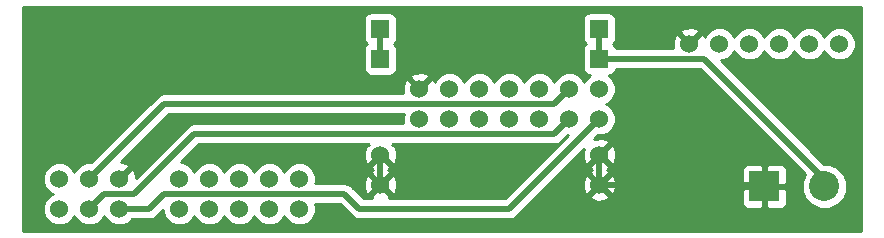
<source format=gbl>
G04 #@! TF.FileFunction,Copper,L2,Bot,Signal*
%FSLAX46Y46*%
G04 Gerber Fmt 4.6, Leading zero omitted, Abs format (unit mm)*
G04 Created by KiCad (PCBNEW no-vcs-found-product) date Wed 28 Oct 2015 12:10:27 PM EDT*
%MOMM*%
G01*
G04 APERTURE LIST*
%ADD10C,0.150000*%
%ADD11C,1.524000*%
%ADD12R,2.540000X2.540000*%
%ADD13C,2.540000*%
%ADD14R,1.524000X1.524000*%
%ADD15C,0.500000*%
%ADD16C,0.254000*%
G04 APERTURE END LIST*
D10*
D11*
X33020000Y6350000D03*
X30480000Y6350000D03*
X5080000Y2540000D03*
X0Y2540000D03*
X0Y0D03*
X2540000Y0D03*
X2540000Y2540000D03*
X5080000Y0D03*
X12700000Y2540000D03*
X12700000Y0D03*
X15240000Y0D03*
X15240000Y2540000D03*
X7620000Y2540000D03*
X10160000Y2540000D03*
X7620000Y0D03*
X10160000Y0D03*
X22860000Y6350000D03*
X25400000Y6350000D03*
X27940000Y6350000D03*
X35560000Y6350000D03*
X-15240000Y-7620000D03*
X-12700000Y-7620000D03*
X-17780000Y-7620000D03*
X-17780000Y-5080000D03*
X-15240000Y-5080000D03*
X-12700000Y-5080000D03*
X-10160000Y-5080000D03*
X-10160000Y-7620000D03*
X-20320000Y-7620000D03*
X-20320000Y-5080000D03*
X-25400000Y-7620000D03*
X-25400000Y-5080000D03*
X-27940000Y-5080000D03*
X-27940000Y-7620000D03*
X-30480000Y-7620000D03*
X-30480000Y-5080000D03*
D12*
X29210000Y-5715000D03*
D13*
X34290000Y-5715000D03*
D14*
X-3302000Y7620000D03*
X-3302000Y5080000D03*
X15240000Y7620000D03*
X15240000Y5080000D03*
D11*
X-3302000Y-5588000D03*
X-3302000Y-3048000D03*
X15240000Y-5588000D03*
X15240000Y-3048000D03*
D15*
X15240000Y-5588000D02*
X28702000Y-5588000D01*
X28702000Y-5588000D02*
X29210000Y-5080000D01*
X15240000Y-3048000D02*
X15240000Y-5588000D01*
X-3302000Y-3048000D02*
X-3302000Y-5588000D01*
X11430000Y1270000D02*
X-21590000Y1270000D01*
X-21590000Y1270000D02*
X-27940000Y-5080000D01*
X12700000Y2540000D02*
X11430000Y1270000D01*
X-25400000Y-7620000D02*
X-22860000Y-7620000D01*
X-22860000Y-7620000D02*
X-21590000Y-6350000D01*
X-21590000Y-6350000D02*
X-6350000Y-6350000D01*
X7620000Y-7620000D02*
X15240000Y0D01*
X-5080000Y-7620000D02*
X7620000Y-7620000D01*
X-6350000Y-6350000D02*
X-5080000Y-7620000D01*
X11430000Y-1270000D02*
X12700000Y0D01*
X-19050000Y-1270000D02*
X11430000Y-1270000D01*
X-26670000Y-6350000D02*
X-24130000Y-6350000D01*
X-24130000Y-6350000D02*
X-19050000Y-1270000D01*
X-27940000Y-7620000D02*
X-26670000Y-6350000D01*
X-3302000Y7620000D02*
X-3302000Y5080000D01*
X15240000Y5080000D02*
X15240000Y7620000D01*
X15240000Y5080000D02*
X24130000Y5080000D01*
X24130000Y5080000D02*
X34290000Y-5080000D01*
D16*
G36*
X37415000Y-9475000D02*
X-33605000Y-9475000D01*
X-33605000Y-5356661D01*
X-31877242Y-5356661D01*
X-31665010Y-5870303D01*
X-31272370Y-6263629D01*
X-31064488Y-6349949D01*
X-31270303Y-6434990D01*
X-31663629Y-6827630D01*
X-31876757Y-7340900D01*
X-31877242Y-7896661D01*
X-31665010Y-8410303D01*
X-31272370Y-8803629D01*
X-30759100Y-9016757D01*
X-30203339Y-9017242D01*
X-29689697Y-8805010D01*
X-29296371Y-8412370D01*
X-29210051Y-8204488D01*
X-29125010Y-8410303D01*
X-28732370Y-8803629D01*
X-28219100Y-9016757D01*
X-27663339Y-9017242D01*
X-27149697Y-8805010D01*
X-26756371Y-8412370D01*
X-26670051Y-8204488D01*
X-26585010Y-8410303D01*
X-26192370Y-8803629D01*
X-25679100Y-9016757D01*
X-25123339Y-9017242D01*
X-24609697Y-8805010D01*
X-24309163Y-8505000D01*
X-22860005Y-8505000D01*
X-22860000Y-8505001D01*
X-22577516Y-8448810D01*
X-22521325Y-8437633D01*
X-22234210Y-8245790D01*
X-21717095Y-7728675D01*
X-21717242Y-7896661D01*
X-21505010Y-8410303D01*
X-21112370Y-8803629D01*
X-20599100Y-9016757D01*
X-20043339Y-9017242D01*
X-19529697Y-8805010D01*
X-19136371Y-8412370D01*
X-19050051Y-8204488D01*
X-18965010Y-8410303D01*
X-18572370Y-8803629D01*
X-18059100Y-9016757D01*
X-17503339Y-9017242D01*
X-16989697Y-8805010D01*
X-16596371Y-8412370D01*
X-16510051Y-8204488D01*
X-16425010Y-8410303D01*
X-16032370Y-8803629D01*
X-15519100Y-9016757D01*
X-14963339Y-9017242D01*
X-14449697Y-8805010D01*
X-14056371Y-8412370D01*
X-13970051Y-8204488D01*
X-13885010Y-8410303D01*
X-13492370Y-8803629D01*
X-12979100Y-9016757D01*
X-12423339Y-9017242D01*
X-11909697Y-8805010D01*
X-11516371Y-8412370D01*
X-11430051Y-8204488D01*
X-11345010Y-8410303D01*
X-10952370Y-8803629D01*
X-10439100Y-9016757D01*
X-9883339Y-9017242D01*
X-9369697Y-8805010D01*
X-8976371Y-8412370D01*
X-8763243Y-7899100D01*
X-8762758Y-7343339D01*
X-8807523Y-7235000D01*
X-6716580Y-7235000D01*
X-5705792Y-8245787D01*
X-5705790Y-8245790D01*
X-5459577Y-8410303D01*
X-5418675Y-8437633D01*
X-5080000Y-8505001D01*
X-5079995Y-8505000D01*
X7619995Y-8505000D01*
X7620000Y-8505001D01*
X7902484Y-8448810D01*
X7958675Y-8437633D01*
X8245790Y-8245790D01*
X8245791Y-8245789D01*
X9923366Y-6568213D01*
X14439392Y-6568213D01*
X14508857Y-6810397D01*
X15032302Y-6997144D01*
X15587368Y-6969362D01*
X15971143Y-6810397D01*
X16040608Y-6568213D01*
X15240000Y-5767605D01*
X14439392Y-6568213D01*
X9923366Y-6568213D01*
X11111277Y-5380302D01*
X13830856Y-5380302D01*
X13858638Y-5935368D01*
X14017603Y-6319143D01*
X14259787Y-6388608D01*
X15060395Y-5588000D01*
X15419605Y-5588000D01*
X16220213Y-6388608D01*
X16462397Y-6319143D01*
X16575988Y-6000750D01*
X27305000Y-6000750D01*
X27305000Y-7111310D01*
X27401673Y-7344699D01*
X27580302Y-7523327D01*
X27813691Y-7620000D01*
X28924250Y-7620000D01*
X29083000Y-7461250D01*
X29083000Y-5842000D01*
X29337000Y-5842000D01*
X29337000Y-7461250D01*
X29495750Y-7620000D01*
X30606309Y-7620000D01*
X30839698Y-7523327D01*
X31018327Y-7344699D01*
X31115000Y-7111310D01*
X31115000Y-6000750D01*
X30956250Y-5842000D01*
X29337000Y-5842000D01*
X29083000Y-5842000D01*
X27463750Y-5842000D01*
X27305000Y-6000750D01*
X16575988Y-6000750D01*
X16649144Y-5795698D01*
X16621362Y-5240632D01*
X16462397Y-4856857D01*
X16220213Y-4787392D01*
X15419605Y-5588000D01*
X15060395Y-5588000D01*
X14259787Y-4787392D01*
X14017603Y-4856857D01*
X13830856Y-5380302D01*
X11111277Y-5380302D01*
X12463366Y-4028213D01*
X14439392Y-4028213D01*
X14508857Y-4270397D01*
X14632344Y-4314453D01*
X14508857Y-4365603D01*
X14439392Y-4607787D01*
X15240000Y-5408395D01*
X16040608Y-4607787D01*
X15971143Y-4365603D01*
X15847656Y-4321547D01*
X15854553Y-4318690D01*
X27305000Y-4318690D01*
X27305000Y-5429250D01*
X27463750Y-5588000D01*
X29083000Y-5588000D01*
X29083000Y-3968750D01*
X29337000Y-3968750D01*
X29337000Y-5588000D01*
X30956250Y-5588000D01*
X31115000Y-5429250D01*
X31115000Y-4318690D01*
X31018327Y-4085301D01*
X30839698Y-3906673D01*
X30606309Y-3810000D01*
X29495750Y-3810000D01*
X29337000Y-3968750D01*
X29083000Y-3968750D01*
X28924250Y-3810000D01*
X27813691Y-3810000D01*
X27580302Y-3906673D01*
X27401673Y-4085301D01*
X27305000Y-4318690D01*
X15854553Y-4318690D01*
X15971143Y-4270397D01*
X16040608Y-4028213D01*
X15240000Y-3227605D01*
X14439392Y-4028213D01*
X12463366Y-4028213D01*
X13930458Y-2561121D01*
X13830856Y-2840302D01*
X13858638Y-3395368D01*
X14017603Y-3779143D01*
X14259787Y-3848608D01*
X15060395Y-3048000D01*
X15419605Y-3048000D01*
X16220213Y-3848608D01*
X16462397Y-3779143D01*
X16649144Y-3255698D01*
X16621362Y-2700632D01*
X16462397Y-2316857D01*
X16220213Y-2247392D01*
X15419605Y-3048000D01*
X15060395Y-3048000D01*
X15046253Y-3033858D01*
X15225858Y-2854253D01*
X15240000Y-2868395D01*
X16040608Y-2067787D01*
X15971143Y-1825603D01*
X15447698Y-1638856D01*
X14892632Y-1666638D01*
X14777076Y-1714503D01*
X15094705Y-1396874D01*
X15516661Y-1397242D01*
X16030303Y-1185010D01*
X16423629Y-792370D01*
X16636757Y-279100D01*
X16637242Y276661D01*
X16425010Y790303D01*
X16032370Y1183629D01*
X15824488Y1269949D01*
X16030303Y1354990D01*
X16423629Y1747630D01*
X16636757Y2260900D01*
X16637242Y2816661D01*
X16425010Y3330303D01*
X16072167Y3683763D01*
X16237317Y3714838D01*
X16453441Y3853910D01*
X16598431Y4066110D01*
X16624532Y4195000D01*
X23763420Y4195000D01*
X32651595Y-4693174D01*
X32385332Y-5334410D01*
X32384670Y-6092265D01*
X32674078Y-6792686D01*
X33209495Y-7329039D01*
X33909410Y-7619668D01*
X34667265Y-7620330D01*
X35367686Y-7330922D01*
X35904039Y-6795505D01*
X36194668Y-6095590D01*
X36195330Y-5337735D01*
X35905922Y-4637314D01*
X35370505Y-4100961D01*
X34670590Y-3810332D01*
X34271563Y-3809983D01*
X25508675Y4952905D01*
X25676661Y4952758D01*
X26190303Y5164990D01*
X26583629Y5557630D01*
X26669949Y5765512D01*
X26754990Y5559697D01*
X27147630Y5166371D01*
X27660900Y4953243D01*
X28216661Y4952758D01*
X28730303Y5164990D01*
X29123629Y5557630D01*
X29209949Y5765512D01*
X29294990Y5559697D01*
X29687630Y5166371D01*
X30200900Y4953243D01*
X30756661Y4952758D01*
X31270303Y5164990D01*
X31663629Y5557630D01*
X31749949Y5765512D01*
X31834990Y5559697D01*
X32227630Y5166371D01*
X32740900Y4953243D01*
X33296661Y4952758D01*
X33810303Y5164990D01*
X34203629Y5557630D01*
X34289949Y5765512D01*
X34374990Y5559697D01*
X34767630Y5166371D01*
X35280900Y4953243D01*
X35836661Y4952758D01*
X36350303Y5164990D01*
X36743629Y5557630D01*
X36956757Y6070900D01*
X36957242Y6626661D01*
X36745010Y7140303D01*
X36352370Y7533629D01*
X35839100Y7746757D01*
X35283339Y7747242D01*
X34769697Y7535010D01*
X34376371Y7142370D01*
X34290051Y6934488D01*
X34205010Y7140303D01*
X33812370Y7533629D01*
X33299100Y7746757D01*
X32743339Y7747242D01*
X32229697Y7535010D01*
X31836371Y7142370D01*
X31750051Y6934488D01*
X31665010Y7140303D01*
X31272370Y7533629D01*
X30759100Y7746757D01*
X30203339Y7747242D01*
X29689697Y7535010D01*
X29296371Y7142370D01*
X29210051Y6934488D01*
X29125010Y7140303D01*
X28732370Y7533629D01*
X28219100Y7746757D01*
X27663339Y7747242D01*
X27149697Y7535010D01*
X26756371Y7142370D01*
X26670051Y6934488D01*
X26585010Y7140303D01*
X26192370Y7533629D01*
X25679100Y7746757D01*
X25123339Y7747242D01*
X24609697Y7535010D01*
X24216371Y7142370D01*
X24136605Y6950273D01*
X24082397Y7081143D01*
X23840213Y7150608D01*
X23039605Y6350000D01*
X23053748Y6335857D01*
X22874143Y6156252D01*
X22860000Y6170395D01*
X22845858Y6156252D01*
X22666253Y6335857D01*
X22680395Y6350000D01*
X21879787Y7150608D01*
X21637603Y7081143D01*
X21450856Y6557698D01*
X21478638Y6002632D01*
X21494226Y5965000D01*
X16626296Y5965000D01*
X16605162Y6077317D01*
X16466090Y6293441D01*
X16384230Y6349374D01*
X16453441Y6393910D01*
X16598431Y6606110D01*
X16649440Y6858000D01*
X16649440Y7330213D01*
X22059392Y7330213D01*
X22860000Y6529605D01*
X23660608Y7330213D01*
X23591143Y7572397D01*
X23067698Y7759144D01*
X22512632Y7731362D01*
X22128857Y7572397D01*
X22059392Y7330213D01*
X16649440Y7330213D01*
X16649440Y8382000D01*
X16605162Y8617317D01*
X16466090Y8833441D01*
X16253890Y8978431D01*
X16002000Y9029440D01*
X14478000Y9029440D01*
X14242683Y8985162D01*
X14026559Y8846090D01*
X13881569Y8633890D01*
X13830560Y8382000D01*
X13830560Y6858000D01*
X13874838Y6622683D01*
X14013910Y6406559D01*
X14095770Y6350626D01*
X14026559Y6306090D01*
X13881569Y6093890D01*
X13830560Y5842000D01*
X13830560Y4318000D01*
X13874838Y4082683D01*
X14013910Y3866559D01*
X14226110Y3721569D01*
X14409124Y3684508D01*
X14056371Y3332370D01*
X13970051Y3124488D01*
X13885010Y3330303D01*
X13492370Y3723629D01*
X12979100Y3936757D01*
X12423339Y3937242D01*
X11909697Y3725010D01*
X11516371Y3332370D01*
X11430051Y3124488D01*
X11345010Y3330303D01*
X10952370Y3723629D01*
X10439100Y3936757D01*
X9883339Y3937242D01*
X9369697Y3725010D01*
X8976371Y3332370D01*
X8890051Y3124488D01*
X8805010Y3330303D01*
X8412370Y3723629D01*
X7899100Y3936757D01*
X7343339Y3937242D01*
X6829697Y3725010D01*
X6436371Y3332370D01*
X6350051Y3124488D01*
X6265010Y3330303D01*
X5872370Y3723629D01*
X5359100Y3936757D01*
X4803339Y3937242D01*
X4289697Y3725010D01*
X3896371Y3332370D01*
X3810051Y3124488D01*
X3725010Y3330303D01*
X3332370Y3723629D01*
X2819100Y3936757D01*
X2263339Y3937242D01*
X1749697Y3725010D01*
X1356371Y3332370D01*
X1276605Y3140273D01*
X1222397Y3271143D01*
X980213Y3340608D01*
X179605Y2540000D01*
X193748Y2525857D01*
X14143Y2346252D01*
X0Y2360395D01*
X-14142Y2346252D01*
X-193747Y2525857D01*
X-179605Y2540000D01*
X-980213Y3340608D01*
X-1222397Y3271143D01*
X-1409144Y2747698D01*
X-1381362Y2192632D01*
X-1365774Y2155000D01*
X-21589995Y2155000D01*
X-21590000Y2155001D01*
X-21928675Y2087633D01*
X-22215790Y1895790D01*
X-22215792Y1895787D01*
X-27794706Y-3683126D01*
X-28216661Y-3682758D01*
X-28730303Y-3894990D01*
X-29123629Y-4287630D01*
X-29209949Y-4495512D01*
X-29294990Y-4289697D01*
X-29687630Y-3896371D01*
X-30200900Y-3683243D01*
X-30756661Y-3682758D01*
X-31270303Y-3894990D01*
X-31663629Y-4287630D01*
X-31876757Y-4800900D01*
X-31877242Y-5356661D01*
X-33605000Y-5356661D01*
X-33605000Y3520213D01*
X-800608Y3520213D01*
X0Y2719605D01*
X800608Y3520213D01*
X731143Y3762397D01*
X207698Y3949144D01*
X-347368Y3921362D01*
X-731143Y3762397D01*
X-800608Y3520213D01*
X-33605000Y3520213D01*
X-33605000Y8382000D01*
X-4711440Y8382000D01*
X-4711440Y6858000D01*
X-4667162Y6622683D01*
X-4528090Y6406559D01*
X-4446230Y6350626D01*
X-4515441Y6306090D01*
X-4660431Y6093890D01*
X-4711440Y5842000D01*
X-4711440Y4318000D01*
X-4667162Y4082683D01*
X-4528090Y3866559D01*
X-4315890Y3721569D01*
X-4064000Y3670560D01*
X-2540000Y3670560D01*
X-2304683Y3714838D01*
X-2088559Y3853910D01*
X-1943569Y4066110D01*
X-1892560Y4318000D01*
X-1892560Y5842000D01*
X-1936838Y6077317D01*
X-2075910Y6293441D01*
X-2157770Y6349374D01*
X-2088559Y6393910D01*
X-1943569Y6606110D01*
X-1892560Y6858000D01*
X-1892560Y8382000D01*
X-1936838Y8617317D01*
X-2075910Y8833441D01*
X-2288110Y8978431D01*
X-2540000Y9029440D01*
X-4064000Y9029440D01*
X-4299317Y8985162D01*
X-4515441Y8846090D01*
X-4660431Y8633890D01*
X-4711440Y8382000D01*
X-33605000Y8382000D01*
X-33605000Y9475000D01*
X37415000Y9475000D01*
X37415000Y-9475000D01*
X37415000Y-9475000D01*
G37*
X37415000Y-9475000D02*
X-33605000Y-9475000D01*
X-33605000Y-5356661D01*
X-31877242Y-5356661D01*
X-31665010Y-5870303D01*
X-31272370Y-6263629D01*
X-31064488Y-6349949D01*
X-31270303Y-6434990D01*
X-31663629Y-6827630D01*
X-31876757Y-7340900D01*
X-31877242Y-7896661D01*
X-31665010Y-8410303D01*
X-31272370Y-8803629D01*
X-30759100Y-9016757D01*
X-30203339Y-9017242D01*
X-29689697Y-8805010D01*
X-29296371Y-8412370D01*
X-29210051Y-8204488D01*
X-29125010Y-8410303D01*
X-28732370Y-8803629D01*
X-28219100Y-9016757D01*
X-27663339Y-9017242D01*
X-27149697Y-8805010D01*
X-26756371Y-8412370D01*
X-26670051Y-8204488D01*
X-26585010Y-8410303D01*
X-26192370Y-8803629D01*
X-25679100Y-9016757D01*
X-25123339Y-9017242D01*
X-24609697Y-8805010D01*
X-24309163Y-8505000D01*
X-22860005Y-8505000D01*
X-22860000Y-8505001D01*
X-22577516Y-8448810D01*
X-22521325Y-8437633D01*
X-22234210Y-8245790D01*
X-21717095Y-7728675D01*
X-21717242Y-7896661D01*
X-21505010Y-8410303D01*
X-21112370Y-8803629D01*
X-20599100Y-9016757D01*
X-20043339Y-9017242D01*
X-19529697Y-8805010D01*
X-19136371Y-8412370D01*
X-19050051Y-8204488D01*
X-18965010Y-8410303D01*
X-18572370Y-8803629D01*
X-18059100Y-9016757D01*
X-17503339Y-9017242D01*
X-16989697Y-8805010D01*
X-16596371Y-8412370D01*
X-16510051Y-8204488D01*
X-16425010Y-8410303D01*
X-16032370Y-8803629D01*
X-15519100Y-9016757D01*
X-14963339Y-9017242D01*
X-14449697Y-8805010D01*
X-14056371Y-8412370D01*
X-13970051Y-8204488D01*
X-13885010Y-8410303D01*
X-13492370Y-8803629D01*
X-12979100Y-9016757D01*
X-12423339Y-9017242D01*
X-11909697Y-8805010D01*
X-11516371Y-8412370D01*
X-11430051Y-8204488D01*
X-11345010Y-8410303D01*
X-10952370Y-8803629D01*
X-10439100Y-9016757D01*
X-9883339Y-9017242D01*
X-9369697Y-8805010D01*
X-8976371Y-8412370D01*
X-8763243Y-7899100D01*
X-8762758Y-7343339D01*
X-8807523Y-7235000D01*
X-6716580Y-7235000D01*
X-5705792Y-8245787D01*
X-5705790Y-8245790D01*
X-5459577Y-8410303D01*
X-5418675Y-8437633D01*
X-5080000Y-8505001D01*
X-5079995Y-8505000D01*
X7619995Y-8505000D01*
X7620000Y-8505001D01*
X7902484Y-8448810D01*
X7958675Y-8437633D01*
X8245790Y-8245790D01*
X8245791Y-8245789D01*
X9923366Y-6568213D01*
X14439392Y-6568213D01*
X14508857Y-6810397D01*
X15032302Y-6997144D01*
X15587368Y-6969362D01*
X15971143Y-6810397D01*
X16040608Y-6568213D01*
X15240000Y-5767605D01*
X14439392Y-6568213D01*
X9923366Y-6568213D01*
X11111277Y-5380302D01*
X13830856Y-5380302D01*
X13858638Y-5935368D01*
X14017603Y-6319143D01*
X14259787Y-6388608D01*
X15060395Y-5588000D01*
X15419605Y-5588000D01*
X16220213Y-6388608D01*
X16462397Y-6319143D01*
X16575988Y-6000750D01*
X27305000Y-6000750D01*
X27305000Y-7111310D01*
X27401673Y-7344699D01*
X27580302Y-7523327D01*
X27813691Y-7620000D01*
X28924250Y-7620000D01*
X29083000Y-7461250D01*
X29083000Y-5842000D01*
X29337000Y-5842000D01*
X29337000Y-7461250D01*
X29495750Y-7620000D01*
X30606309Y-7620000D01*
X30839698Y-7523327D01*
X31018327Y-7344699D01*
X31115000Y-7111310D01*
X31115000Y-6000750D01*
X30956250Y-5842000D01*
X29337000Y-5842000D01*
X29083000Y-5842000D01*
X27463750Y-5842000D01*
X27305000Y-6000750D01*
X16575988Y-6000750D01*
X16649144Y-5795698D01*
X16621362Y-5240632D01*
X16462397Y-4856857D01*
X16220213Y-4787392D01*
X15419605Y-5588000D01*
X15060395Y-5588000D01*
X14259787Y-4787392D01*
X14017603Y-4856857D01*
X13830856Y-5380302D01*
X11111277Y-5380302D01*
X12463366Y-4028213D01*
X14439392Y-4028213D01*
X14508857Y-4270397D01*
X14632344Y-4314453D01*
X14508857Y-4365603D01*
X14439392Y-4607787D01*
X15240000Y-5408395D01*
X16040608Y-4607787D01*
X15971143Y-4365603D01*
X15847656Y-4321547D01*
X15854553Y-4318690D01*
X27305000Y-4318690D01*
X27305000Y-5429250D01*
X27463750Y-5588000D01*
X29083000Y-5588000D01*
X29083000Y-3968750D01*
X29337000Y-3968750D01*
X29337000Y-5588000D01*
X30956250Y-5588000D01*
X31115000Y-5429250D01*
X31115000Y-4318690D01*
X31018327Y-4085301D01*
X30839698Y-3906673D01*
X30606309Y-3810000D01*
X29495750Y-3810000D01*
X29337000Y-3968750D01*
X29083000Y-3968750D01*
X28924250Y-3810000D01*
X27813691Y-3810000D01*
X27580302Y-3906673D01*
X27401673Y-4085301D01*
X27305000Y-4318690D01*
X15854553Y-4318690D01*
X15971143Y-4270397D01*
X16040608Y-4028213D01*
X15240000Y-3227605D01*
X14439392Y-4028213D01*
X12463366Y-4028213D01*
X13930458Y-2561121D01*
X13830856Y-2840302D01*
X13858638Y-3395368D01*
X14017603Y-3779143D01*
X14259787Y-3848608D01*
X15060395Y-3048000D01*
X15419605Y-3048000D01*
X16220213Y-3848608D01*
X16462397Y-3779143D01*
X16649144Y-3255698D01*
X16621362Y-2700632D01*
X16462397Y-2316857D01*
X16220213Y-2247392D01*
X15419605Y-3048000D01*
X15060395Y-3048000D01*
X15046253Y-3033858D01*
X15225858Y-2854253D01*
X15240000Y-2868395D01*
X16040608Y-2067787D01*
X15971143Y-1825603D01*
X15447698Y-1638856D01*
X14892632Y-1666638D01*
X14777076Y-1714503D01*
X15094705Y-1396874D01*
X15516661Y-1397242D01*
X16030303Y-1185010D01*
X16423629Y-792370D01*
X16636757Y-279100D01*
X16637242Y276661D01*
X16425010Y790303D01*
X16032370Y1183629D01*
X15824488Y1269949D01*
X16030303Y1354990D01*
X16423629Y1747630D01*
X16636757Y2260900D01*
X16637242Y2816661D01*
X16425010Y3330303D01*
X16072167Y3683763D01*
X16237317Y3714838D01*
X16453441Y3853910D01*
X16598431Y4066110D01*
X16624532Y4195000D01*
X23763420Y4195000D01*
X32651595Y-4693174D01*
X32385332Y-5334410D01*
X32384670Y-6092265D01*
X32674078Y-6792686D01*
X33209495Y-7329039D01*
X33909410Y-7619668D01*
X34667265Y-7620330D01*
X35367686Y-7330922D01*
X35904039Y-6795505D01*
X36194668Y-6095590D01*
X36195330Y-5337735D01*
X35905922Y-4637314D01*
X35370505Y-4100961D01*
X34670590Y-3810332D01*
X34271563Y-3809983D01*
X25508675Y4952905D01*
X25676661Y4952758D01*
X26190303Y5164990D01*
X26583629Y5557630D01*
X26669949Y5765512D01*
X26754990Y5559697D01*
X27147630Y5166371D01*
X27660900Y4953243D01*
X28216661Y4952758D01*
X28730303Y5164990D01*
X29123629Y5557630D01*
X29209949Y5765512D01*
X29294990Y5559697D01*
X29687630Y5166371D01*
X30200900Y4953243D01*
X30756661Y4952758D01*
X31270303Y5164990D01*
X31663629Y5557630D01*
X31749949Y5765512D01*
X31834990Y5559697D01*
X32227630Y5166371D01*
X32740900Y4953243D01*
X33296661Y4952758D01*
X33810303Y5164990D01*
X34203629Y5557630D01*
X34289949Y5765512D01*
X34374990Y5559697D01*
X34767630Y5166371D01*
X35280900Y4953243D01*
X35836661Y4952758D01*
X36350303Y5164990D01*
X36743629Y5557630D01*
X36956757Y6070900D01*
X36957242Y6626661D01*
X36745010Y7140303D01*
X36352370Y7533629D01*
X35839100Y7746757D01*
X35283339Y7747242D01*
X34769697Y7535010D01*
X34376371Y7142370D01*
X34290051Y6934488D01*
X34205010Y7140303D01*
X33812370Y7533629D01*
X33299100Y7746757D01*
X32743339Y7747242D01*
X32229697Y7535010D01*
X31836371Y7142370D01*
X31750051Y6934488D01*
X31665010Y7140303D01*
X31272370Y7533629D01*
X30759100Y7746757D01*
X30203339Y7747242D01*
X29689697Y7535010D01*
X29296371Y7142370D01*
X29210051Y6934488D01*
X29125010Y7140303D01*
X28732370Y7533629D01*
X28219100Y7746757D01*
X27663339Y7747242D01*
X27149697Y7535010D01*
X26756371Y7142370D01*
X26670051Y6934488D01*
X26585010Y7140303D01*
X26192370Y7533629D01*
X25679100Y7746757D01*
X25123339Y7747242D01*
X24609697Y7535010D01*
X24216371Y7142370D01*
X24136605Y6950273D01*
X24082397Y7081143D01*
X23840213Y7150608D01*
X23039605Y6350000D01*
X23053748Y6335857D01*
X22874143Y6156252D01*
X22860000Y6170395D01*
X22845858Y6156252D01*
X22666253Y6335857D01*
X22680395Y6350000D01*
X21879787Y7150608D01*
X21637603Y7081143D01*
X21450856Y6557698D01*
X21478638Y6002632D01*
X21494226Y5965000D01*
X16626296Y5965000D01*
X16605162Y6077317D01*
X16466090Y6293441D01*
X16384230Y6349374D01*
X16453441Y6393910D01*
X16598431Y6606110D01*
X16649440Y6858000D01*
X16649440Y7330213D01*
X22059392Y7330213D01*
X22860000Y6529605D01*
X23660608Y7330213D01*
X23591143Y7572397D01*
X23067698Y7759144D01*
X22512632Y7731362D01*
X22128857Y7572397D01*
X22059392Y7330213D01*
X16649440Y7330213D01*
X16649440Y8382000D01*
X16605162Y8617317D01*
X16466090Y8833441D01*
X16253890Y8978431D01*
X16002000Y9029440D01*
X14478000Y9029440D01*
X14242683Y8985162D01*
X14026559Y8846090D01*
X13881569Y8633890D01*
X13830560Y8382000D01*
X13830560Y6858000D01*
X13874838Y6622683D01*
X14013910Y6406559D01*
X14095770Y6350626D01*
X14026559Y6306090D01*
X13881569Y6093890D01*
X13830560Y5842000D01*
X13830560Y4318000D01*
X13874838Y4082683D01*
X14013910Y3866559D01*
X14226110Y3721569D01*
X14409124Y3684508D01*
X14056371Y3332370D01*
X13970051Y3124488D01*
X13885010Y3330303D01*
X13492370Y3723629D01*
X12979100Y3936757D01*
X12423339Y3937242D01*
X11909697Y3725010D01*
X11516371Y3332370D01*
X11430051Y3124488D01*
X11345010Y3330303D01*
X10952370Y3723629D01*
X10439100Y3936757D01*
X9883339Y3937242D01*
X9369697Y3725010D01*
X8976371Y3332370D01*
X8890051Y3124488D01*
X8805010Y3330303D01*
X8412370Y3723629D01*
X7899100Y3936757D01*
X7343339Y3937242D01*
X6829697Y3725010D01*
X6436371Y3332370D01*
X6350051Y3124488D01*
X6265010Y3330303D01*
X5872370Y3723629D01*
X5359100Y3936757D01*
X4803339Y3937242D01*
X4289697Y3725010D01*
X3896371Y3332370D01*
X3810051Y3124488D01*
X3725010Y3330303D01*
X3332370Y3723629D01*
X2819100Y3936757D01*
X2263339Y3937242D01*
X1749697Y3725010D01*
X1356371Y3332370D01*
X1276605Y3140273D01*
X1222397Y3271143D01*
X980213Y3340608D01*
X179605Y2540000D01*
X193748Y2525857D01*
X14143Y2346252D01*
X0Y2360395D01*
X-14142Y2346252D01*
X-193747Y2525857D01*
X-179605Y2540000D01*
X-980213Y3340608D01*
X-1222397Y3271143D01*
X-1409144Y2747698D01*
X-1381362Y2192632D01*
X-1365774Y2155000D01*
X-21589995Y2155000D01*
X-21590000Y2155001D01*
X-21928675Y2087633D01*
X-22215790Y1895790D01*
X-22215792Y1895787D01*
X-27794706Y-3683126D01*
X-28216661Y-3682758D01*
X-28730303Y-3894990D01*
X-29123629Y-4287630D01*
X-29209949Y-4495512D01*
X-29294990Y-4289697D01*
X-29687630Y-3896371D01*
X-30200900Y-3683243D01*
X-30756661Y-3682758D01*
X-31270303Y-3894990D01*
X-31663629Y-4287630D01*
X-31876757Y-4800900D01*
X-31877242Y-5356661D01*
X-33605000Y-5356661D01*
X-33605000Y3520213D01*
X-800608Y3520213D01*
X0Y2719605D01*
X800608Y3520213D01*
X731143Y3762397D01*
X207698Y3949144D01*
X-347368Y3921362D01*
X-731143Y3762397D01*
X-800608Y3520213D01*
X-33605000Y3520213D01*
X-33605000Y8382000D01*
X-4711440Y8382000D01*
X-4711440Y6858000D01*
X-4667162Y6622683D01*
X-4528090Y6406559D01*
X-4446230Y6350626D01*
X-4515441Y6306090D01*
X-4660431Y6093890D01*
X-4711440Y5842000D01*
X-4711440Y4318000D01*
X-4667162Y4082683D01*
X-4528090Y3866559D01*
X-4315890Y3721569D01*
X-4064000Y3670560D01*
X-2540000Y3670560D01*
X-2304683Y3714838D01*
X-2088559Y3853910D01*
X-1943569Y4066110D01*
X-1892560Y4318000D01*
X-1892560Y5842000D01*
X-1936838Y6077317D01*
X-2075910Y6293441D01*
X-2157770Y6349374D01*
X-2088559Y6393910D01*
X-1943569Y6606110D01*
X-1892560Y6858000D01*
X-1892560Y8382000D01*
X-1936838Y8617317D01*
X-2075910Y8833441D01*
X-2288110Y8978431D01*
X-2540000Y9029440D01*
X-4064000Y9029440D01*
X-4299317Y8985162D01*
X-4515441Y8846090D01*
X-4660431Y8633890D01*
X-4711440Y8382000D01*
X-33605000Y8382000D01*
X-33605000Y9475000D01*
X37415000Y9475000D01*
X37415000Y-9475000D01*
G36*
X12591515Y-1396906D02*
X7253420Y-6735000D01*
X-2549231Y-6735000D01*
X-2501392Y-6568213D01*
X-3302000Y-5767605D01*
X-4102608Y-6568213D01*
X-4054769Y-6735000D01*
X-4713421Y-6735000D01*
X-5724210Y-5724210D01*
X-5751778Y-5705790D01*
X-6011325Y-5532367D01*
X-6067516Y-5521190D01*
X-6350000Y-5464999D01*
X-6350005Y-5465000D01*
X-8807216Y-5465000D01*
X-8772047Y-5380302D01*
X-4711144Y-5380302D01*
X-4683362Y-5935368D01*
X-4524397Y-6319143D01*
X-4282213Y-6388608D01*
X-3481605Y-5588000D01*
X-3122395Y-5588000D01*
X-2321787Y-6388608D01*
X-2079603Y-6319143D01*
X-1892856Y-5795698D01*
X-1920638Y-5240632D01*
X-2079603Y-4856857D01*
X-2321787Y-4787392D01*
X-3122395Y-5588000D01*
X-3481605Y-5588000D01*
X-4282213Y-4787392D01*
X-4524397Y-4856857D01*
X-4711144Y-5380302D01*
X-8772047Y-5380302D01*
X-8763243Y-5359100D01*
X-8762758Y-4803339D01*
X-8974990Y-4289697D01*
X-9236017Y-4028213D01*
X-4102608Y-4028213D01*
X-4033143Y-4270397D01*
X-3909656Y-4314453D01*
X-4033143Y-4365603D01*
X-4102608Y-4607787D01*
X-3302000Y-5408395D01*
X-2501392Y-4607787D01*
X-2570857Y-4365603D01*
X-2694344Y-4321547D01*
X-2570857Y-4270397D01*
X-2501392Y-4028213D01*
X-3302000Y-3227605D01*
X-4102608Y-4028213D01*
X-9236017Y-4028213D01*
X-9367630Y-3896371D01*
X-9880900Y-3683243D01*
X-10436661Y-3682758D01*
X-10950303Y-3894990D01*
X-11343629Y-4287630D01*
X-11429949Y-4495512D01*
X-11514990Y-4289697D01*
X-11907630Y-3896371D01*
X-12420900Y-3683243D01*
X-12976661Y-3682758D01*
X-13490303Y-3894990D01*
X-13883629Y-4287630D01*
X-13969949Y-4495512D01*
X-14054990Y-4289697D01*
X-14447630Y-3896371D01*
X-14960900Y-3683243D01*
X-15516661Y-3682758D01*
X-16030303Y-3894990D01*
X-16423629Y-4287630D01*
X-16509949Y-4495512D01*
X-16594990Y-4289697D01*
X-16987630Y-3896371D01*
X-17500900Y-3683243D01*
X-18056661Y-3682758D01*
X-18570303Y-3894990D01*
X-18963629Y-4287630D01*
X-19049949Y-4495512D01*
X-19134990Y-4289697D01*
X-19527630Y-3896371D01*
X-20040900Y-3683243D01*
X-20211515Y-3683094D01*
X-18683421Y-2155000D01*
X-4374608Y-2155000D01*
X-4282215Y-2247393D01*
X-4524397Y-2316857D01*
X-4711144Y-2840302D01*
X-4683362Y-3395368D01*
X-4524397Y-3779143D01*
X-4282213Y-3848608D01*
X-3481605Y-3048000D01*
X-3495747Y-3033858D01*
X-3316142Y-2854253D01*
X-3302000Y-2868395D01*
X-3287857Y-2854253D01*
X-3108252Y-3033858D01*
X-3122395Y-3048000D01*
X-2321787Y-3848608D01*
X-2079603Y-3779143D01*
X-1892856Y-3255698D01*
X-1920638Y-2700632D01*
X-2079603Y-2316857D01*
X-2321785Y-2247393D01*
X-2229392Y-2155000D01*
X11429995Y-2155000D01*
X11430000Y-2155001D01*
X11712484Y-2098810D01*
X11768675Y-2087633D01*
X12055790Y-1895790D01*
X12554706Y-1396874D01*
X12591515Y-1396906D01*
X12591515Y-1396906D01*
G37*
X12591515Y-1396906D02*
X7253420Y-6735000D01*
X-2549231Y-6735000D01*
X-2501392Y-6568213D01*
X-3302000Y-5767605D01*
X-4102608Y-6568213D01*
X-4054769Y-6735000D01*
X-4713421Y-6735000D01*
X-5724210Y-5724210D01*
X-5751778Y-5705790D01*
X-6011325Y-5532367D01*
X-6067516Y-5521190D01*
X-6350000Y-5464999D01*
X-6350005Y-5465000D01*
X-8807216Y-5465000D01*
X-8772047Y-5380302D01*
X-4711144Y-5380302D01*
X-4683362Y-5935368D01*
X-4524397Y-6319143D01*
X-4282213Y-6388608D01*
X-3481605Y-5588000D01*
X-3122395Y-5588000D01*
X-2321787Y-6388608D01*
X-2079603Y-6319143D01*
X-1892856Y-5795698D01*
X-1920638Y-5240632D01*
X-2079603Y-4856857D01*
X-2321787Y-4787392D01*
X-3122395Y-5588000D01*
X-3481605Y-5588000D01*
X-4282213Y-4787392D01*
X-4524397Y-4856857D01*
X-4711144Y-5380302D01*
X-8772047Y-5380302D01*
X-8763243Y-5359100D01*
X-8762758Y-4803339D01*
X-8974990Y-4289697D01*
X-9236017Y-4028213D01*
X-4102608Y-4028213D01*
X-4033143Y-4270397D01*
X-3909656Y-4314453D01*
X-4033143Y-4365603D01*
X-4102608Y-4607787D01*
X-3302000Y-5408395D01*
X-2501392Y-4607787D01*
X-2570857Y-4365603D01*
X-2694344Y-4321547D01*
X-2570857Y-4270397D01*
X-2501392Y-4028213D01*
X-3302000Y-3227605D01*
X-4102608Y-4028213D01*
X-9236017Y-4028213D01*
X-9367630Y-3896371D01*
X-9880900Y-3683243D01*
X-10436661Y-3682758D01*
X-10950303Y-3894990D01*
X-11343629Y-4287630D01*
X-11429949Y-4495512D01*
X-11514990Y-4289697D01*
X-11907630Y-3896371D01*
X-12420900Y-3683243D01*
X-12976661Y-3682758D01*
X-13490303Y-3894990D01*
X-13883629Y-4287630D01*
X-13969949Y-4495512D01*
X-14054990Y-4289697D01*
X-14447630Y-3896371D01*
X-14960900Y-3683243D01*
X-15516661Y-3682758D01*
X-16030303Y-3894990D01*
X-16423629Y-4287630D01*
X-16509949Y-4495512D01*
X-16594990Y-4289697D01*
X-16987630Y-3896371D01*
X-17500900Y-3683243D01*
X-18056661Y-3682758D01*
X-18570303Y-3894990D01*
X-18963629Y-4287630D01*
X-19049949Y-4495512D01*
X-19134990Y-4289697D01*
X-19527630Y-3896371D01*
X-20040900Y-3683243D01*
X-20211515Y-3683094D01*
X-18683421Y-2155000D01*
X-4374608Y-2155000D01*
X-4282215Y-2247393D01*
X-4524397Y-2316857D01*
X-4711144Y-2840302D01*
X-4683362Y-3395368D01*
X-4524397Y-3779143D01*
X-4282213Y-3848608D01*
X-3481605Y-3048000D01*
X-3495747Y-3033858D01*
X-3316142Y-2854253D01*
X-3302000Y-2868395D01*
X-3287857Y-2854253D01*
X-3108252Y-3033858D01*
X-3122395Y-3048000D01*
X-2321787Y-3848608D01*
X-2079603Y-3779143D01*
X-1892856Y-3255698D01*
X-1920638Y-2700632D01*
X-2079603Y-2316857D01*
X-2321785Y-2247393D01*
X-2229392Y-2155000D01*
X11429995Y-2155000D01*
X11430000Y-2155001D01*
X11712484Y-2098810D01*
X11768675Y-2087633D01*
X12055790Y-1895790D01*
X12554706Y-1396874D01*
X12591515Y-1396906D01*
G36*
X-1409144Y207698D02*
X-1381362Y-347368D01*
X-1365774Y-385000D01*
X-19049995Y-385000D01*
X-19050000Y-384999D01*
X-19332484Y-441190D01*
X-19388675Y-452367D01*
X-19675790Y-644210D01*
X-19675792Y-644213D01*
X-24006511Y-4974931D01*
X-24018638Y-4732632D01*
X-24177603Y-4348857D01*
X-24419787Y-4279392D01*
X-25220395Y-5080000D01*
X-25206252Y-5094143D01*
X-25385857Y-5273748D01*
X-25400000Y-5259605D01*
X-25414142Y-5273748D01*
X-25593747Y-5094143D01*
X-25579605Y-5080000D01*
X-25593747Y-5065858D01*
X-25414142Y-4886253D01*
X-25400000Y-4900395D01*
X-24599392Y-4099787D01*
X-24668857Y-3857603D01*
X-25192302Y-3670856D01*
X-25283859Y-3675439D01*
X-21223421Y385000D01*
X-1345889Y385000D01*
X-1409144Y207698D01*
X-1409144Y207698D01*
G37*
X-1409144Y207698D02*
X-1381362Y-347368D01*
X-1365774Y-385000D01*
X-19049995Y-385000D01*
X-19050000Y-384999D01*
X-19332484Y-441190D01*
X-19388675Y-452367D01*
X-19675790Y-644210D01*
X-19675792Y-644213D01*
X-24006511Y-4974931D01*
X-24018638Y-4732632D01*
X-24177603Y-4348857D01*
X-24419787Y-4279392D01*
X-25220395Y-5080000D01*
X-25206252Y-5094143D01*
X-25385857Y-5273748D01*
X-25400000Y-5259605D01*
X-25414142Y-5273748D01*
X-25593747Y-5094143D01*
X-25579605Y-5080000D01*
X-25593747Y-5065858D01*
X-25414142Y-4886253D01*
X-25400000Y-4900395D01*
X-24599392Y-4099787D01*
X-24668857Y-3857603D01*
X-25192302Y-3670856D01*
X-25283859Y-3675439D01*
X-21223421Y385000D01*
X-1345889Y385000D01*
X-1409144Y207698D01*
G36*
X193748Y14142D02*
X179605Y0D01*
X193748Y-14143D01*
X14143Y-193748D01*
X0Y-179605D01*
X-14142Y-193748D01*
X-193747Y-14143D01*
X-179605Y0D01*
X-193747Y14142D01*
X-14142Y193747D01*
X0Y179605D01*
X14143Y193747D01*
X193748Y14142D01*
X193748Y14142D01*
G37*
X193748Y14142D02*
X179605Y0D01*
X193748Y-14143D01*
X14143Y-193748D01*
X0Y-179605D01*
X-14142Y-193748D01*
X-193747Y-14143D01*
X-179605Y0D01*
X-193747Y14142D01*
X-14142Y193747D01*
X0Y179605D01*
X14143Y193747D01*
X193748Y14142D01*
M02*

</source>
